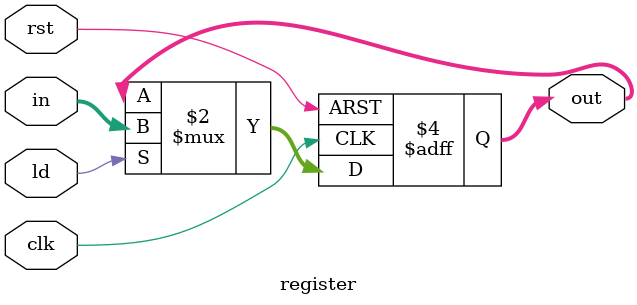
<source format=v>
`timescale 1ns / 1ps

module register #(parameter DW = 16)(clk, rst, ld, in, out);
	input clk, rst, ld;
	input [DW - 1:0] in;
	output reg [DW - 1:0] out;
	always @(posedge clk or posedge rst)begin
		if(rst)begin
			out <= 0;
		end
		else if(ld)begin
			out <= in;
		end
	end
endmodule

</source>
